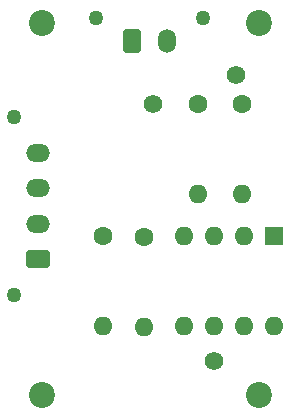
<source format=gbr>
%TF.GenerationSoftware,KiCad,Pcbnew,(6.0.8)*%
%TF.CreationDate,2022-12-06T20:24:47-05:00*%
%TF.ProjectId,gtsrcurrentsensor,67747372-6375-4727-9265-6e7473656e73,v01*%
%TF.SameCoordinates,Original*%
%TF.FileFunction,Soldermask,Top*%
%TF.FilePolarity,Negative*%
%FSLAX46Y46*%
G04 Gerber Fmt 4.6, Leading zero omitted, Abs format (unit mm)*
G04 Created by KiCad (PCBNEW (6.0.8)) date 2022-12-06 20:24:47*
%MOMM*%
%LPD*%
G01*
G04 APERTURE LIST*
G04 Aperture macros list*
%AMRoundRect*
0 Rectangle with rounded corners*
0 $1 Rounding radius*
0 $2 $3 $4 $5 $6 $7 $8 $9 X,Y pos of 4 corners*
0 Add a 4 corners polygon primitive as box body*
4,1,4,$2,$3,$4,$5,$6,$7,$8,$9,$2,$3,0*
0 Add four circle primitives for the rounded corners*
1,1,$1+$1,$2,$3*
1,1,$1+$1,$4,$5*
1,1,$1+$1,$6,$7*
1,1,$1+$1,$8,$9*
0 Add four rect primitives between the rounded corners*
20,1,$1+$1,$2,$3,$4,$5,0*
20,1,$1+$1,$4,$5,$6,$7,0*
20,1,$1+$1,$6,$7,$8,$9,0*
20,1,$1+$1,$8,$9,$2,$3,0*%
G04 Aperture macros list end*
%ADD10C,1.600000*%
%ADD11O,1.600000X1.600000*%
%ADD12C,2.200000*%
%ADD13C,1.569720*%
%ADD14R,1.600000X1.600000*%
%ADD15C,1.270000*%
%ADD16RoundRect,0.250001X0.759999X-0.499999X0.759999X0.499999X-0.759999X0.499999X-0.759999X-0.499999X0*%
%ADD17O,2.020000X1.500000*%
%ADD18RoundRect,0.250001X-0.499999X-0.759999X0.499999X-0.759999X0.499999X0.759999X-0.499999X0.759999X0*%
%ADD19O,1.500000X2.020000*%
G04 APERTURE END LIST*
D10*
%TO.C,R3*%
X177800000Y-110540800D03*
D11*
X177800000Y-118160800D03*
%TD*%
D12*
%TO.C,REF\u002A\u002A*%
X187528881Y-123929946D03*
%TD*%
%TO.C,REF\u002A\u002A*%
X169113881Y-92433946D03*
%TD*%
D13*
%TO.C,TP3*%
X185572400Y-96824800D03*
%TD*%
%TO.C,TP1*%
X183692800Y-121005600D03*
%TD*%
D12*
%TO.C,REF\u002A\u002A*%
X169113881Y-123929946D03*
%TD*%
D10*
%TO.C,Rf1*%
X174294800Y-110490000D03*
D11*
X174294800Y-118110000D03*
%TD*%
D14*
%TO.C,U2*%
X188813600Y-110449200D03*
D11*
X186273600Y-110449200D03*
X183733600Y-110449200D03*
X181193600Y-110449200D03*
X181193600Y-118069200D03*
X183733600Y-118069200D03*
X186273600Y-118069200D03*
X188813600Y-118069200D03*
%TD*%
D15*
%TO.C,Je1*%
X166797600Y-115420400D03*
X166797600Y-100420400D03*
D16*
X168757600Y-112420400D03*
D17*
X168757600Y-109420400D03*
X168757600Y-106420400D03*
X168757600Y-103420400D03*
%TD*%
D12*
%TO.C,REF\u002A\u002A*%
X187528881Y-92433946D03*
%TD*%
D10*
%TO.C,R2*%
X182372000Y-99263200D03*
D11*
X182372000Y-106883200D03*
%TD*%
D15*
%TO.C,J1*%
X182733200Y-92020000D03*
X173733200Y-92020000D03*
D18*
X176733200Y-93980000D03*
D19*
X179733200Y-93980000D03*
%TD*%
D13*
%TO.C,TP2*%
X178562000Y-99263200D03*
%TD*%
D10*
%TO.C,R1*%
X186029600Y-99314000D03*
D11*
X186029600Y-106934000D03*
%TD*%
M02*

</source>
